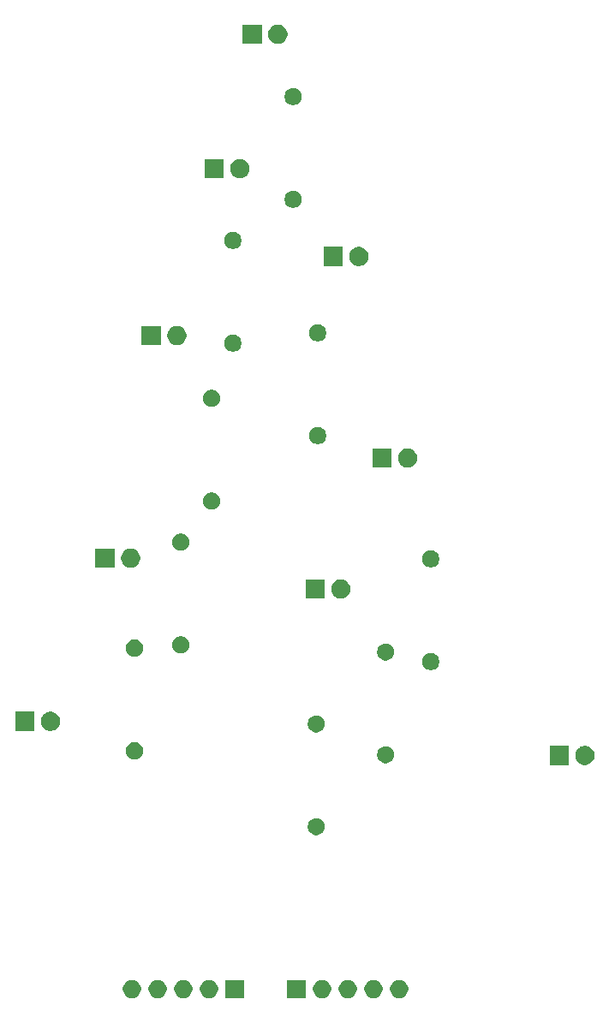
<source format=gbs>
G04 #@! TF.GenerationSoftware,KiCad,Pcbnew,(5.1.5)-3*
G04 #@! TF.CreationDate,2020-10-31T02:18:59+01:00*
G04 #@! TF.ProjectId,Christmas A,43687269-7374-46d6-9173-20412e6b6963,rev?*
G04 #@! TF.SameCoordinates,Original*
G04 #@! TF.FileFunction,Soldermask,Bot*
G04 #@! TF.FilePolarity,Negative*
%FSLAX46Y46*%
G04 Gerber Fmt 4.6, Leading zero omitted, Abs format (unit mm)*
G04 Created by KiCad (PCBNEW (5.1.5)-3) date 2020-10-31 02:18:59*
%MOMM*%
%LPD*%
G04 APERTURE LIST*
%ADD10C,0.100000*%
G04 APERTURE END LIST*
D10*
G36*
X115556512Y-147439927D02*
G01*
X115705812Y-147469624D01*
X115869784Y-147537544D01*
X116017354Y-147636147D01*
X116142853Y-147761646D01*
X116241456Y-147909216D01*
X116309376Y-148073188D01*
X116344000Y-148247259D01*
X116344000Y-148424741D01*
X116309376Y-148598812D01*
X116241456Y-148762784D01*
X116142853Y-148910354D01*
X116017354Y-149035853D01*
X115869784Y-149134456D01*
X115705812Y-149202376D01*
X115556512Y-149232073D01*
X115531742Y-149237000D01*
X115354258Y-149237000D01*
X115329488Y-149232073D01*
X115180188Y-149202376D01*
X115016216Y-149134456D01*
X114868646Y-149035853D01*
X114743147Y-148910354D01*
X114644544Y-148762784D01*
X114576624Y-148598812D01*
X114542000Y-148424741D01*
X114542000Y-148247259D01*
X114576624Y-148073188D01*
X114644544Y-147909216D01*
X114743147Y-147761646D01*
X114868646Y-147636147D01*
X115016216Y-147537544D01*
X115180188Y-147469624D01*
X115329488Y-147439927D01*
X115354258Y-147435000D01*
X115531742Y-147435000D01*
X115556512Y-147439927D01*
G37*
G36*
X108724000Y-149237000D02*
G01*
X106922000Y-149237000D01*
X106922000Y-147435000D01*
X108724000Y-147435000D01*
X108724000Y-149237000D01*
G37*
G36*
X110476512Y-147439927D02*
G01*
X110625812Y-147469624D01*
X110789784Y-147537544D01*
X110937354Y-147636147D01*
X111062853Y-147761646D01*
X111161456Y-147909216D01*
X111229376Y-148073188D01*
X111264000Y-148247259D01*
X111264000Y-148424741D01*
X111229376Y-148598812D01*
X111161456Y-148762784D01*
X111062853Y-148910354D01*
X110937354Y-149035853D01*
X110789784Y-149134456D01*
X110625812Y-149202376D01*
X110476512Y-149232073D01*
X110451742Y-149237000D01*
X110274258Y-149237000D01*
X110249488Y-149232073D01*
X110100188Y-149202376D01*
X109936216Y-149134456D01*
X109788646Y-149035853D01*
X109663147Y-148910354D01*
X109564544Y-148762784D01*
X109496624Y-148598812D01*
X109462000Y-148424741D01*
X109462000Y-148247259D01*
X109496624Y-148073188D01*
X109564544Y-147909216D01*
X109663147Y-147761646D01*
X109788646Y-147636147D01*
X109936216Y-147537544D01*
X110100188Y-147469624D01*
X110249488Y-147439927D01*
X110274258Y-147435000D01*
X110451742Y-147435000D01*
X110476512Y-147439927D01*
G37*
G36*
X113016512Y-147439927D02*
G01*
X113165812Y-147469624D01*
X113329784Y-147537544D01*
X113477354Y-147636147D01*
X113602853Y-147761646D01*
X113701456Y-147909216D01*
X113769376Y-148073188D01*
X113804000Y-148247259D01*
X113804000Y-148424741D01*
X113769376Y-148598812D01*
X113701456Y-148762784D01*
X113602853Y-148910354D01*
X113477354Y-149035853D01*
X113329784Y-149134456D01*
X113165812Y-149202376D01*
X113016512Y-149232073D01*
X112991742Y-149237000D01*
X112814258Y-149237000D01*
X112789488Y-149232073D01*
X112640188Y-149202376D01*
X112476216Y-149134456D01*
X112328646Y-149035853D01*
X112203147Y-148910354D01*
X112104544Y-148762784D01*
X112036624Y-148598812D01*
X112002000Y-148424741D01*
X112002000Y-148247259D01*
X112036624Y-148073188D01*
X112104544Y-147909216D01*
X112203147Y-147761646D01*
X112328646Y-147636147D01*
X112476216Y-147537544D01*
X112640188Y-147469624D01*
X112789488Y-147439927D01*
X112814258Y-147435000D01*
X112991742Y-147435000D01*
X113016512Y-147439927D01*
G37*
G36*
X102628000Y-149237000D02*
G01*
X100826000Y-149237000D01*
X100826000Y-147435000D01*
X102628000Y-147435000D01*
X102628000Y-149237000D01*
G37*
G36*
X99300512Y-147439927D02*
G01*
X99449812Y-147469624D01*
X99613784Y-147537544D01*
X99761354Y-147636147D01*
X99886853Y-147761646D01*
X99985456Y-147909216D01*
X100053376Y-148073188D01*
X100088000Y-148247259D01*
X100088000Y-148424741D01*
X100053376Y-148598812D01*
X99985456Y-148762784D01*
X99886853Y-148910354D01*
X99761354Y-149035853D01*
X99613784Y-149134456D01*
X99449812Y-149202376D01*
X99300512Y-149232073D01*
X99275742Y-149237000D01*
X99098258Y-149237000D01*
X99073488Y-149232073D01*
X98924188Y-149202376D01*
X98760216Y-149134456D01*
X98612646Y-149035853D01*
X98487147Y-148910354D01*
X98388544Y-148762784D01*
X98320624Y-148598812D01*
X98286000Y-148424741D01*
X98286000Y-148247259D01*
X98320624Y-148073188D01*
X98388544Y-147909216D01*
X98487147Y-147761646D01*
X98612646Y-147636147D01*
X98760216Y-147537544D01*
X98924188Y-147469624D01*
X99073488Y-147439927D01*
X99098258Y-147435000D01*
X99275742Y-147435000D01*
X99300512Y-147439927D01*
G37*
G36*
X94220512Y-147439927D02*
G01*
X94369812Y-147469624D01*
X94533784Y-147537544D01*
X94681354Y-147636147D01*
X94806853Y-147761646D01*
X94905456Y-147909216D01*
X94973376Y-148073188D01*
X95008000Y-148247259D01*
X95008000Y-148424741D01*
X94973376Y-148598812D01*
X94905456Y-148762784D01*
X94806853Y-148910354D01*
X94681354Y-149035853D01*
X94533784Y-149134456D01*
X94369812Y-149202376D01*
X94220512Y-149232073D01*
X94195742Y-149237000D01*
X94018258Y-149237000D01*
X93993488Y-149232073D01*
X93844188Y-149202376D01*
X93680216Y-149134456D01*
X93532646Y-149035853D01*
X93407147Y-148910354D01*
X93308544Y-148762784D01*
X93240624Y-148598812D01*
X93206000Y-148424741D01*
X93206000Y-148247259D01*
X93240624Y-148073188D01*
X93308544Y-147909216D01*
X93407147Y-147761646D01*
X93532646Y-147636147D01*
X93680216Y-147537544D01*
X93844188Y-147469624D01*
X93993488Y-147439927D01*
X94018258Y-147435000D01*
X94195742Y-147435000D01*
X94220512Y-147439927D01*
G37*
G36*
X91680512Y-147439927D02*
G01*
X91829812Y-147469624D01*
X91993784Y-147537544D01*
X92141354Y-147636147D01*
X92266853Y-147761646D01*
X92365456Y-147909216D01*
X92433376Y-148073188D01*
X92468000Y-148247259D01*
X92468000Y-148424741D01*
X92433376Y-148598812D01*
X92365456Y-148762784D01*
X92266853Y-148910354D01*
X92141354Y-149035853D01*
X91993784Y-149134456D01*
X91829812Y-149202376D01*
X91680512Y-149232073D01*
X91655742Y-149237000D01*
X91478258Y-149237000D01*
X91453488Y-149232073D01*
X91304188Y-149202376D01*
X91140216Y-149134456D01*
X90992646Y-149035853D01*
X90867147Y-148910354D01*
X90768544Y-148762784D01*
X90700624Y-148598812D01*
X90666000Y-148424741D01*
X90666000Y-148247259D01*
X90700624Y-148073188D01*
X90768544Y-147909216D01*
X90867147Y-147761646D01*
X90992646Y-147636147D01*
X91140216Y-147537544D01*
X91304188Y-147469624D01*
X91453488Y-147439927D01*
X91478258Y-147435000D01*
X91655742Y-147435000D01*
X91680512Y-147439927D01*
G37*
G36*
X118096512Y-147439927D02*
G01*
X118245812Y-147469624D01*
X118409784Y-147537544D01*
X118557354Y-147636147D01*
X118682853Y-147761646D01*
X118781456Y-147909216D01*
X118849376Y-148073188D01*
X118884000Y-148247259D01*
X118884000Y-148424741D01*
X118849376Y-148598812D01*
X118781456Y-148762784D01*
X118682853Y-148910354D01*
X118557354Y-149035853D01*
X118409784Y-149134456D01*
X118245812Y-149202376D01*
X118096512Y-149232073D01*
X118071742Y-149237000D01*
X117894258Y-149237000D01*
X117869488Y-149232073D01*
X117720188Y-149202376D01*
X117556216Y-149134456D01*
X117408646Y-149035853D01*
X117283147Y-148910354D01*
X117184544Y-148762784D01*
X117116624Y-148598812D01*
X117082000Y-148424741D01*
X117082000Y-148247259D01*
X117116624Y-148073188D01*
X117184544Y-147909216D01*
X117283147Y-147761646D01*
X117408646Y-147636147D01*
X117556216Y-147537544D01*
X117720188Y-147469624D01*
X117869488Y-147439927D01*
X117894258Y-147435000D01*
X118071742Y-147435000D01*
X118096512Y-147439927D01*
G37*
G36*
X96760512Y-147439927D02*
G01*
X96909812Y-147469624D01*
X97073784Y-147537544D01*
X97221354Y-147636147D01*
X97346853Y-147761646D01*
X97445456Y-147909216D01*
X97513376Y-148073188D01*
X97548000Y-148247259D01*
X97548000Y-148424741D01*
X97513376Y-148598812D01*
X97445456Y-148762784D01*
X97346853Y-148910354D01*
X97221354Y-149035853D01*
X97073784Y-149134456D01*
X96909812Y-149202376D01*
X96760512Y-149232073D01*
X96735742Y-149237000D01*
X96558258Y-149237000D01*
X96533488Y-149232073D01*
X96384188Y-149202376D01*
X96220216Y-149134456D01*
X96072646Y-149035853D01*
X95947147Y-148910354D01*
X95848544Y-148762784D01*
X95780624Y-148598812D01*
X95746000Y-148424741D01*
X95746000Y-148247259D01*
X95780624Y-148073188D01*
X95848544Y-147909216D01*
X95947147Y-147761646D01*
X96072646Y-147636147D01*
X96220216Y-147537544D01*
X96384188Y-147469624D01*
X96533488Y-147439927D01*
X96558258Y-147435000D01*
X96735742Y-147435000D01*
X96760512Y-147439927D01*
G37*
G36*
X110039728Y-131452203D02*
G01*
X110194600Y-131516353D01*
X110333981Y-131609485D01*
X110452515Y-131728019D01*
X110545647Y-131867400D01*
X110609797Y-132022272D01*
X110642500Y-132186684D01*
X110642500Y-132354316D01*
X110609797Y-132518728D01*
X110545647Y-132673600D01*
X110452515Y-132812981D01*
X110333981Y-132931515D01*
X110194600Y-133024647D01*
X110039728Y-133088797D01*
X109875316Y-133121500D01*
X109707684Y-133121500D01*
X109543272Y-133088797D01*
X109388400Y-133024647D01*
X109249019Y-132931515D01*
X109130485Y-132812981D01*
X109037353Y-132673600D01*
X108973203Y-132518728D01*
X108940500Y-132354316D01*
X108940500Y-132186684D01*
X108973203Y-132022272D01*
X109037353Y-131867400D01*
X109130485Y-131728019D01*
X109249019Y-131609485D01*
X109388400Y-131516353D01*
X109543272Y-131452203D01*
X109707684Y-131419500D01*
X109875316Y-131419500D01*
X110039728Y-131452203D01*
G37*
G36*
X134745500Y-126173000D02*
G01*
X132843500Y-126173000D01*
X132843500Y-124271000D01*
X134745500Y-124271000D01*
X134745500Y-126173000D01*
G37*
G36*
X136611895Y-124307546D02*
G01*
X136784966Y-124379234D01*
X136822559Y-124404353D01*
X136940727Y-124483310D01*
X137073190Y-124615773D01*
X137073191Y-124615775D01*
X137177266Y-124771534D01*
X137248954Y-124944605D01*
X137285500Y-125128333D01*
X137285500Y-125315667D01*
X137248954Y-125499395D01*
X137177266Y-125672466D01*
X137158213Y-125700981D01*
X137073190Y-125828227D01*
X136940727Y-125960690D01*
X136916624Y-125976795D01*
X136784966Y-126064766D01*
X136611895Y-126136454D01*
X136428167Y-126173000D01*
X136240833Y-126173000D01*
X136057105Y-126136454D01*
X135884034Y-126064766D01*
X135752376Y-125976795D01*
X135728273Y-125960690D01*
X135595810Y-125828227D01*
X135510787Y-125700981D01*
X135491734Y-125672466D01*
X135420046Y-125499395D01*
X135383500Y-125315667D01*
X135383500Y-125128333D01*
X135420046Y-124944605D01*
X135491734Y-124771534D01*
X135595809Y-124615775D01*
X135595810Y-124615773D01*
X135728273Y-124483310D01*
X135846441Y-124404353D01*
X135884034Y-124379234D01*
X136057105Y-124307546D01*
X136240833Y-124271000D01*
X136428167Y-124271000D01*
X136611895Y-124307546D01*
G37*
G36*
X116897728Y-124340203D02*
G01*
X117052600Y-124404353D01*
X117191981Y-124497485D01*
X117310515Y-124616019D01*
X117403647Y-124755400D01*
X117467797Y-124910272D01*
X117500500Y-125074684D01*
X117500500Y-125242316D01*
X117467797Y-125406728D01*
X117403647Y-125561600D01*
X117310515Y-125700981D01*
X117191981Y-125819515D01*
X117052600Y-125912647D01*
X116897728Y-125976797D01*
X116733316Y-126009500D01*
X116565684Y-126009500D01*
X116401272Y-125976797D01*
X116246400Y-125912647D01*
X116107019Y-125819515D01*
X115988485Y-125700981D01*
X115895353Y-125561600D01*
X115831203Y-125406728D01*
X115798500Y-125242316D01*
X115798500Y-125074684D01*
X115831203Y-124910272D01*
X115895353Y-124755400D01*
X115988485Y-124616019D01*
X116107019Y-124497485D01*
X116246400Y-124404353D01*
X116401272Y-124340203D01*
X116565684Y-124307500D01*
X116733316Y-124307500D01*
X116897728Y-124340203D01*
G37*
G36*
X92069228Y-123959203D02*
G01*
X92224100Y-124023353D01*
X92363481Y-124116485D01*
X92482015Y-124235019D01*
X92575147Y-124374400D01*
X92639297Y-124529272D01*
X92672000Y-124693684D01*
X92672000Y-124861316D01*
X92639297Y-125025728D01*
X92575147Y-125180600D01*
X92482015Y-125319981D01*
X92363481Y-125438515D01*
X92224100Y-125531647D01*
X92069228Y-125595797D01*
X91904816Y-125628500D01*
X91737184Y-125628500D01*
X91572772Y-125595797D01*
X91417900Y-125531647D01*
X91278519Y-125438515D01*
X91159985Y-125319981D01*
X91066853Y-125180600D01*
X91002703Y-125025728D01*
X90970000Y-124861316D01*
X90970000Y-124693684D01*
X91002703Y-124529272D01*
X91066853Y-124374400D01*
X91159985Y-124235019D01*
X91278519Y-124116485D01*
X91417900Y-124023353D01*
X91572772Y-123959203D01*
X91737184Y-123926500D01*
X91904816Y-123926500D01*
X92069228Y-123959203D01*
G37*
G36*
X110039728Y-121292203D02*
G01*
X110194600Y-121356353D01*
X110333981Y-121449485D01*
X110452515Y-121568019D01*
X110545647Y-121707400D01*
X110609797Y-121862272D01*
X110642500Y-122026684D01*
X110642500Y-122194316D01*
X110609797Y-122358728D01*
X110545647Y-122513600D01*
X110452515Y-122652981D01*
X110333981Y-122771515D01*
X110194600Y-122864647D01*
X110039728Y-122928797D01*
X109875316Y-122961500D01*
X109707684Y-122961500D01*
X109543272Y-122928797D01*
X109388400Y-122864647D01*
X109249019Y-122771515D01*
X109130485Y-122652981D01*
X109037353Y-122513600D01*
X108973203Y-122358728D01*
X108940500Y-122194316D01*
X108940500Y-122026684D01*
X108973203Y-121862272D01*
X109037353Y-121707400D01*
X109130485Y-121568019D01*
X109249019Y-121449485D01*
X109388400Y-121356353D01*
X109543272Y-121292203D01*
X109707684Y-121259500D01*
X109875316Y-121259500D01*
X110039728Y-121292203D01*
G37*
G36*
X83779895Y-120942046D02*
G01*
X83952966Y-121013734D01*
X83952967Y-121013735D01*
X84108727Y-121117810D01*
X84241190Y-121250273D01*
X84269208Y-121292205D01*
X84345266Y-121406034D01*
X84416954Y-121579105D01*
X84453500Y-121762833D01*
X84453500Y-121950167D01*
X84416954Y-122133895D01*
X84345266Y-122306966D01*
X84345265Y-122306967D01*
X84241190Y-122462727D01*
X84108727Y-122595190D01*
X84030318Y-122647581D01*
X83952966Y-122699266D01*
X83779895Y-122770954D01*
X83596167Y-122807500D01*
X83408833Y-122807500D01*
X83225105Y-122770954D01*
X83052034Y-122699266D01*
X82974682Y-122647581D01*
X82896273Y-122595190D01*
X82763810Y-122462727D01*
X82659735Y-122306967D01*
X82659734Y-122306966D01*
X82588046Y-122133895D01*
X82551500Y-121950167D01*
X82551500Y-121762833D01*
X82588046Y-121579105D01*
X82659734Y-121406034D01*
X82735792Y-121292205D01*
X82763810Y-121250273D01*
X82896273Y-121117810D01*
X83052033Y-121013735D01*
X83052034Y-121013734D01*
X83225105Y-120942046D01*
X83408833Y-120905500D01*
X83596167Y-120905500D01*
X83779895Y-120942046D01*
G37*
G36*
X81913500Y-122807500D02*
G01*
X80011500Y-122807500D01*
X80011500Y-120905500D01*
X81913500Y-120905500D01*
X81913500Y-122807500D01*
G37*
G36*
X121342728Y-115132703D02*
G01*
X121497600Y-115196853D01*
X121636981Y-115289985D01*
X121755515Y-115408519D01*
X121848647Y-115547900D01*
X121912797Y-115702772D01*
X121945500Y-115867184D01*
X121945500Y-116034816D01*
X121912797Y-116199228D01*
X121848647Y-116354100D01*
X121755515Y-116493481D01*
X121636981Y-116612015D01*
X121497600Y-116705147D01*
X121342728Y-116769297D01*
X121178316Y-116802000D01*
X121010684Y-116802000D01*
X120846272Y-116769297D01*
X120691400Y-116705147D01*
X120552019Y-116612015D01*
X120433485Y-116493481D01*
X120340353Y-116354100D01*
X120276203Y-116199228D01*
X120243500Y-116034816D01*
X120243500Y-115867184D01*
X120276203Y-115702772D01*
X120340353Y-115547900D01*
X120433485Y-115408519D01*
X120552019Y-115289985D01*
X120691400Y-115196853D01*
X120846272Y-115132703D01*
X121010684Y-115100000D01*
X121178316Y-115100000D01*
X121342728Y-115132703D01*
G37*
G36*
X116897728Y-114180203D02*
G01*
X117052600Y-114244353D01*
X117191981Y-114337485D01*
X117310515Y-114456019D01*
X117403647Y-114595400D01*
X117467797Y-114750272D01*
X117500500Y-114914684D01*
X117500500Y-115082316D01*
X117467797Y-115246728D01*
X117403647Y-115401600D01*
X117310515Y-115540981D01*
X117191981Y-115659515D01*
X117052600Y-115752647D01*
X116897728Y-115816797D01*
X116733316Y-115849500D01*
X116565684Y-115849500D01*
X116401272Y-115816797D01*
X116246400Y-115752647D01*
X116107019Y-115659515D01*
X115988485Y-115540981D01*
X115895353Y-115401600D01*
X115831203Y-115246728D01*
X115798500Y-115082316D01*
X115798500Y-114914684D01*
X115831203Y-114750272D01*
X115895353Y-114595400D01*
X115988485Y-114456019D01*
X116107019Y-114337485D01*
X116246400Y-114244353D01*
X116401272Y-114180203D01*
X116565684Y-114147500D01*
X116733316Y-114147500D01*
X116897728Y-114180203D01*
G37*
G36*
X92069228Y-113799203D02*
G01*
X92224100Y-113863353D01*
X92363481Y-113956485D01*
X92482015Y-114075019D01*
X92575147Y-114214400D01*
X92639297Y-114369272D01*
X92672000Y-114533684D01*
X92672000Y-114701316D01*
X92639297Y-114865728D01*
X92575147Y-115020600D01*
X92482015Y-115159981D01*
X92363481Y-115278515D01*
X92224100Y-115371647D01*
X92069228Y-115435797D01*
X91904816Y-115468500D01*
X91737184Y-115468500D01*
X91572772Y-115435797D01*
X91417900Y-115371647D01*
X91278519Y-115278515D01*
X91159985Y-115159981D01*
X91066853Y-115020600D01*
X91002703Y-114865728D01*
X90970000Y-114701316D01*
X90970000Y-114533684D01*
X91002703Y-114369272D01*
X91066853Y-114214400D01*
X91159985Y-114075019D01*
X91278519Y-113956485D01*
X91417900Y-113863353D01*
X91572772Y-113799203D01*
X91737184Y-113766500D01*
X91904816Y-113766500D01*
X92069228Y-113799203D01*
G37*
G36*
X96641228Y-113481703D02*
G01*
X96796100Y-113545853D01*
X96935481Y-113638985D01*
X97054015Y-113757519D01*
X97147147Y-113896900D01*
X97211297Y-114051772D01*
X97244000Y-114216184D01*
X97244000Y-114383816D01*
X97211297Y-114548228D01*
X97147147Y-114703100D01*
X97054015Y-114842481D01*
X96935481Y-114961015D01*
X96796100Y-115054147D01*
X96641228Y-115118297D01*
X96476816Y-115151000D01*
X96309184Y-115151000D01*
X96144772Y-115118297D01*
X95989900Y-115054147D01*
X95850519Y-114961015D01*
X95731985Y-114842481D01*
X95638853Y-114703100D01*
X95574703Y-114548228D01*
X95542000Y-114383816D01*
X95542000Y-114216184D01*
X95574703Y-114051772D01*
X95638853Y-113896900D01*
X95731985Y-113757519D01*
X95850519Y-113638985D01*
X95989900Y-113545853D01*
X96144772Y-113481703D01*
X96309184Y-113449000D01*
X96476816Y-113449000D01*
X96641228Y-113481703D01*
G37*
G36*
X112481895Y-107861046D02*
G01*
X112654966Y-107932734D01*
X112654967Y-107932735D01*
X112810727Y-108036810D01*
X112943190Y-108169273D01*
X112943191Y-108169275D01*
X113047266Y-108325034D01*
X113118954Y-108498105D01*
X113155500Y-108681833D01*
X113155500Y-108869167D01*
X113118954Y-109052895D01*
X113047266Y-109225966D01*
X113047265Y-109225967D01*
X112943190Y-109381727D01*
X112810727Y-109514190D01*
X112732318Y-109566581D01*
X112654966Y-109618266D01*
X112481895Y-109689954D01*
X112298167Y-109726500D01*
X112110833Y-109726500D01*
X111927105Y-109689954D01*
X111754034Y-109618266D01*
X111676682Y-109566581D01*
X111598273Y-109514190D01*
X111465810Y-109381727D01*
X111361735Y-109225967D01*
X111361734Y-109225966D01*
X111290046Y-109052895D01*
X111253500Y-108869167D01*
X111253500Y-108681833D01*
X111290046Y-108498105D01*
X111361734Y-108325034D01*
X111465809Y-108169275D01*
X111465810Y-108169273D01*
X111598273Y-108036810D01*
X111754033Y-107932735D01*
X111754034Y-107932734D01*
X111927105Y-107861046D01*
X112110833Y-107824500D01*
X112298167Y-107824500D01*
X112481895Y-107861046D01*
G37*
G36*
X110615500Y-109726500D02*
G01*
X108713500Y-109726500D01*
X108713500Y-107824500D01*
X110615500Y-107824500D01*
X110615500Y-109726500D01*
G37*
G36*
X91717395Y-104813046D02*
G01*
X91890466Y-104884734D01*
X91904555Y-104894148D01*
X92046227Y-104988810D01*
X92178690Y-105121273D01*
X92178691Y-105121275D01*
X92282766Y-105277034D01*
X92354454Y-105450105D01*
X92391000Y-105633833D01*
X92391000Y-105821167D01*
X92354454Y-106004895D01*
X92282766Y-106177966D01*
X92231081Y-106255318D01*
X92178690Y-106333727D01*
X92046227Y-106466190D01*
X91967818Y-106518581D01*
X91890466Y-106570266D01*
X91717395Y-106641954D01*
X91533667Y-106678500D01*
X91346333Y-106678500D01*
X91162605Y-106641954D01*
X90989534Y-106570266D01*
X90912182Y-106518581D01*
X90833773Y-106466190D01*
X90701310Y-106333727D01*
X90648919Y-106255318D01*
X90597234Y-106177966D01*
X90525546Y-106004895D01*
X90489000Y-105821167D01*
X90489000Y-105633833D01*
X90525546Y-105450105D01*
X90597234Y-105277034D01*
X90701309Y-105121275D01*
X90701310Y-105121273D01*
X90833773Y-104988810D01*
X90975445Y-104894148D01*
X90989534Y-104884734D01*
X91162605Y-104813046D01*
X91346333Y-104776500D01*
X91533667Y-104776500D01*
X91717395Y-104813046D01*
G37*
G36*
X89851000Y-106678500D02*
G01*
X87949000Y-106678500D01*
X87949000Y-104776500D01*
X89851000Y-104776500D01*
X89851000Y-106678500D01*
G37*
G36*
X121342728Y-104972703D02*
G01*
X121497600Y-105036853D01*
X121636981Y-105129985D01*
X121755515Y-105248519D01*
X121848647Y-105387900D01*
X121912797Y-105542772D01*
X121945500Y-105707184D01*
X121945500Y-105874816D01*
X121912797Y-106039228D01*
X121848647Y-106194100D01*
X121755515Y-106333481D01*
X121636981Y-106452015D01*
X121497600Y-106545147D01*
X121342728Y-106609297D01*
X121178316Y-106642000D01*
X121010684Y-106642000D01*
X120846272Y-106609297D01*
X120691400Y-106545147D01*
X120552019Y-106452015D01*
X120433485Y-106333481D01*
X120340353Y-106194100D01*
X120276203Y-106039228D01*
X120243500Y-105874816D01*
X120243500Y-105707184D01*
X120276203Y-105542772D01*
X120340353Y-105387900D01*
X120433485Y-105248519D01*
X120552019Y-105129985D01*
X120691400Y-105036853D01*
X120846272Y-104972703D01*
X121010684Y-104940000D01*
X121178316Y-104940000D01*
X121342728Y-104972703D01*
G37*
G36*
X96641228Y-103321703D02*
G01*
X96796100Y-103385853D01*
X96935481Y-103478985D01*
X97054015Y-103597519D01*
X97147147Y-103736900D01*
X97211297Y-103891772D01*
X97244000Y-104056184D01*
X97244000Y-104223816D01*
X97211297Y-104388228D01*
X97147147Y-104543100D01*
X97054015Y-104682481D01*
X96935481Y-104801015D01*
X96796100Y-104894147D01*
X96641228Y-104958297D01*
X96476816Y-104991000D01*
X96309184Y-104991000D01*
X96144772Y-104958297D01*
X95989900Y-104894147D01*
X95850519Y-104801015D01*
X95731985Y-104682481D01*
X95638853Y-104543100D01*
X95574703Y-104388228D01*
X95542000Y-104223816D01*
X95542000Y-104056184D01*
X95574703Y-103891772D01*
X95638853Y-103736900D01*
X95731985Y-103597519D01*
X95850519Y-103478985D01*
X95989900Y-103385853D01*
X96144772Y-103321703D01*
X96309184Y-103289000D01*
X96476816Y-103289000D01*
X96641228Y-103321703D01*
G37*
G36*
X99689228Y-99257703D02*
G01*
X99844100Y-99321853D01*
X99983481Y-99414985D01*
X100102015Y-99533519D01*
X100195147Y-99672900D01*
X100259297Y-99827772D01*
X100292000Y-99992184D01*
X100292000Y-100159816D01*
X100259297Y-100324228D01*
X100195147Y-100479100D01*
X100102015Y-100618481D01*
X99983481Y-100737015D01*
X99844100Y-100830147D01*
X99689228Y-100894297D01*
X99524816Y-100927000D01*
X99357184Y-100927000D01*
X99192772Y-100894297D01*
X99037900Y-100830147D01*
X98898519Y-100737015D01*
X98779985Y-100618481D01*
X98686853Y-100479100D01*
X98622703Y-100324228D01*
X98590000Y-100159816D01*
X98590000Y-99992184D01*
X98622703Y-99827772D01*
X98686853Y-99672900D01*
X98779985Y-99533519D01*
X98898519Y-99414985D01*
X99037900Y-99321853D01*
X99192772Y-99257703D01*
X99357184Y-99225000D01*
X99524816Y-99225000D01*
X99689228Y-99257703D01*
G37*
G36*
X119085895Y-94907046D02*
G01*
X119258966Y-94978734D01*
X119258967Y-94978735D01*
X119414727Y-95082810D01*
X119547190Y-95215273D01*
X119547191Y-95215275D01*
X119651266Y-95371034D01*
X119722954Y-95544105D01*
X119759500Y-95727833D01*
X119759500Y-95915167D01*
X119722954Y-96098895D01*
X119651266Y-96271966D01*
X119651265Y-96271967D01*
X119547190Y-96427727D01*
X119414727Y-96560190D01*
X119336318Y-96612581D01*
X119258966Y-96664266D01*
X119085895Y-96735954D01*
X118902167Y-96772500D01*
X118714833Y-96772500D01*
X118531105Y-96735954D01*
X118358034Y-96664266D01*
X118280682Y-96612581D01*
X118202273Y-96560190D01*
X118069810Y-96427727D01*
X117965735Y-96271967D01*
X117965734Y-96271966D01*
X117894046Y-96098895D01*
X117857500Y-95915167D01*
X117857500Y-95727833D01*
X117894046Y-95544105D01*
X117965734Y-95371034D01*
X118069809Y-95215275D01*
X118069810Y-95215273D01*
X118202273Y-95082810D01*
X118358033Y-94978735D01*
X118358034Y-94978734D01*
X118531105Y-94907046D01*
X118714833Y-94870500D01*
X118902167Y-94870500D01*
X119085895Y-94907046D01*
G37*
G36*
X117219500Y-96772500D02*
G01*
X115317500Y-96772500D01*
X115317500Y-94870500D01*
X117219500Y-94870500D01*
X117219500Y-96772500D01*
G37*
G36*
X110166728Y-92780703D02*
G01*
X110321600Y-92844853D01*
X110460981Y-92937985D01*
X110579515Y-93056519D01*
X110672647Y-93195900D01*
X110736797Y-93350772D01*
X110769500Y-93515184D01*
X110769500Y-93682816D01*
X110736797Y-93847228D01*
X110672647Y-94002100D01*
X110579515Y-94141481D01*
X110460981Y-94260015D01*
X110321600Y-94353147D01*
X110166728Y-94417297D01*
X110002316Y-94450000D01*
X109834684Y-94450000D01*
X109670272Y-94417297D01*
X109515400Y-94353147D01*
X109376019Y-94260015D01*
X109257485Y-94141481D01*
X109164353Y-94002100D01*
X109100203Y-93847228D01*
X109067500Y-93682816D01*
X109067500Y-93515184D01*
X109100203Y-93350772D01*
X109164353Y-93195900D01*
X109257485Y-93056519D01*
X109376019Y-92937985D01*
X109515400Y-92844853D01*
X109670272Y-92780703D01*
X109834684Y-92748000D01*
X110002316Y-92748000D01*
X110166728Y-92780703D01*
G37*
G36*
X99689228Y-89097703D02*
G01*
X99844100Y-89161853D01*
X99983481Y-89254985D01*
X100102015Y-89373519D01*
X100195147Y-89512900D01*
X100259297Y-89667772D01*
X100292000Y-89832184D01*
X100292000Y-89999816D01*
X100259297Y-90164228D01*
X100195147Y-90319100D01*
X100102015Y-90458481D01*
X99983481Y-90577015D01*
X99844100Y-90670147D01*
X99689228Y-90734297D01*
X99524816Y-90767000D01*
X99357184Y-90767000D01*
X99192772Y-90734297D01*
X99037900Y-90670147D01*
X98898519Y-90577015D01*
X98779985Y-90458481D01*
X98686853Y-90319100D01*
X98622703Y-90164228D01*
X98590000Y-89999816D01*
X98590000Y-89832184D01*
X98622703Y-89667772D01*
X98686853Y-89512900D01*
X98779985Y-89373519D01*
X98898519Y-89254985D01*
X99037900Y-89161853D01*
X99192772Y-89097703D01*
X99357184Y-89065000D01*
X99524816Y-89065000D01*
X99689228Y-89097703D01*
G37*
G36*
X101784728Y-83636703D02*
G01*
X101939600Y-83700853D01*
X102078981Y-83793985D01*
X102197515Y-83912519D01*
X102290647Y-84051900D01*
X102354797Y-84206772D01*
X102387500Y-84371184D01*
X102387500Y-84538816D01*
X102354797Y-84703228D01*
X102290647Y-84858100D01*
X102197515Y-84997481D01*
X102078981Y-85116015D01*
X101939600Y-85209147D01*
X101784728Y-85273297D01*
X101620316Y-85306000D01*
X101452684Y-85306000D01*
X101288272Y-85273297D01*
X101133400Y-85209147D01*
X100994019Y-85116015D01*
X100875485Y-84997481D01*
X100782353Y-84858100D01*
X100718203Y-84703228D01*
X100685500Y-84538816D01*
X100685500Y-84371184D01*
X100718203Y-84206772D01*
X100782353Y-84051900D01*
X100875485Y-83912519D01*
X100994019Y-83793985D01*
X101133400Y-83700853D01*
X101288272Y-83636703D01*
X101452684Y-83604000D01*
X101620316Y-83604000D01*
X101784728Y-83636703D01*
G37*
G36*
X96289395Y-82778546D02*
G01*
X96462466Y-82850234D01*
X96462467Y-82850235D01*
X96618227Y-82954310D01*
X96750690Y-83086773D01*
X96750691Y-83086775D01*
X96854766Y-83242534D01*
X96926454Y-83415605D01*
X96963000Y-83599333D01*
X96963000Y-83786667D01*
X96926454Y-83970395D01*
X96854766Y-84143466D01*
X96854765Y-84143467D01*
X96750690Y-84299227D01*
X96618227Y-84431690D01*
X96539818Y-84484081D01*
X96462466Y-84535766D01*
X96289395Y-84607454D01*
X96105667Y-84644000D01*
X95918333Y-84644000D01*
X95734605Y-84607454D01*
X95561534Y-84535766D01*
X95484182Y-84484081D01*
X95405773Y-84431690D01*
X95273310Y-84299227D01*
X95169235Y-84143467D01*
X95169234Y-84143466D01*
X95097546Y-83970395D01*
X95061000Y-83786667D01*
X95061000Y-83599333D01*
X95097546Y-83415605D01*
X95169234Y-83242534D01*
X95273309Y-83086775D01*
X95273310Y-83086773D01*
X95405773Y-82954310D01*
X95561533Y-82850235D01*
X95561534Y-82850234D01*
X95734605Y-82778546D01*
X95918333Y-82742000D01*
X96105667Y-82742000D01*
X96289395Y-82778546D01*
G37*
G36*
X94423000Y-84644000D02*
G01*
X92521000Y-84644000D01*
X92521000Y-82742000D01*
X94423000Y-82742000D01*
X94423000Y-84644000D01*
G37*
G36*
X110166728Y-82620703D02*
G01*
X110321600Y-82684853D01*
X110460981Y-82777985D01*
X110579515Y-82896519D01*
X110672647Y-83035900D01*
X110736797Y-83190772D01*
X110769500Y-83355184D01*
X110769500Y-83522816D01*
X110736797Y-83687228D01*
X110672647Y-83842100D01*
X110579515Y-83981481D01*
X110460981Y-84100015D01*
X110321600Y-84193147D01*
X110166728Y-84257297D01*
X110002316Y-84290000D01*
X109834684Y-84290000D01*
X109670272Y-84257297D01*
X109515400Y-84193147D01*
X109376019Y-84100015D01*
X109257485Y-83981481D01*
X109164353Y-83842100D01*
X109100203Y-83687228D01*
X109067500Y-83522816D01*
X109067500Y-83355184D01*
X109100203Y-83190772D01*
X109164353Y-83035900D01*
X109257485Y-82896519D01*
X109376019Y-82777985D01*
X109515400Y-82684853D01*
X109670272Y-82620703D01*
X109834684Y-82588000D01*
X110002316Y-82588000D01*
X110166728Y-82620703D01*
G37*
G36*
X112393500Y-76833500D02*
G01*
X110491500Y-76833500D01*
X110491500Y-74931500D01*
X112393500Y-74931500D01*
X112393500Y-76833500D01*
G37*
G36*
X114259895Y-74968046D02*
G01*
X114432966Y-75039734D01*
X114447055Y-75049148D01*
X114588727Y-75143810D01*
X114721190Y-75276273D01*
X114721191Y-75276275D01*
X114825266Y-75432034D01*
X114896954Y-75605105D01*
X114933500Y-75788833D01*
X114933500Y-75976167D01*
X114896954Y-76159895D01*
X114825266Y-76332966D01*
X114825265Y-76332967D01*
X114721190Y-76488727D01*
X114588727Y-76621190D01*
X114510318Y-76673581D01*
X114432966Y-76725266D01*
X114259895Y-76796954D01*
X114076167Y-76833500D01*
X113888833Y-76833500D01*
X113705105Y-76796954D01*
X113532034Y-76725266D01*
X113454682Y-76673581D01*
X113376273Y-76621190D01*
X113243810Y-76488727D01*
X113139735Y-76332967D01*
X113139734Y-76332966D01*
X113068046Y-76159895D01*
X113031500Y-75976167D01*
X113031500Y-75788833D01*
X113068046Y-75605105D01*
X113139734Y-75432034D01*
X113243809Y-75276275D01*
X113243810Y-75276273D01*
X113376273Y-75143810D01*
X113517945Y-75049148D01*
X113532034Y-75039734D01*
X113705105Y-74968046D01*
X113888833Y-74931500D01*
X114076167Y-74931500D01*
X114259895Y-74968046D01*
G37*
G36*
X101784728Y-73476703D02*
G01*
X101939600Y-73540853D01*
X102078981Y-73633985D01*
X102197515Y-73752519D01*
X102290647Y-73891900D01*
X102354797Y-74046772D01*
X102387500Y-74211184D01*
X102387500Y-74378816D01*
X102354797Y-74543228D01*
X102290647Y-74698100D01*
X102197515Y-74837481D01*
X102078981Y-74956015D01*
X101939600Y-75049147D01*
X101784728Y-75113297D01*
X101620316Y-75146000D01*
X101452684Y-75146000D01*
X101288272Y-75113297D01*
X101133400Y-75049147D01*
X100994019Y-74956015D01*
X100875485Y-74837481D01*
X100782353Y-74698100D01*
X100718203Y-74543228D01*
X100685500Y-74378816D01*
X100685500Y-74211184D01*
X100718203Y-74046772D01*
X100782353Y-73891900D01*
X100875485Y-73752519D01*
X100994019Y-73633985D01*
X101133400Y-73540853D01*
X101288272Y-73476703D01*
X101452684Y-73444000D01*
X101620316Y-73444000D01*
X101784728Y-73476703D01*
G37*
G36*
X107753728Y-69412703D02*
G01*
X107908600Y-69476853D01*
X108047981Y-69569985D01*
X108166515Y-69688519D01*
X108259647Y-69827900D01*
X108323797Y-69982772D01*
X108356500Y-70147184D01*
X108356500Y-70314816D01*
X108323797Y-70479228D01*
X108259647Y-70634100D01*
X108166515Y-70773481D01*
X108047981Y-70892015D01*
X107908600Y-70985147D01*
X107753728Y-71049297D01*
X107589316Y-71082000D01*
X107421684Y-71082000D01*
X107257272Y-71049297D01*
X107102400Y-70985147D01*
X106963019Y-70892015D01*
X106844485Y-70773481D01*
X106751353Y-70634100D01*
X106687203Y-70479228D01*
X106654500Y-70314816D01*
X106654500Y-70147184D01*
X106687203Y-69982772D01*
X106751353Y-69827900D01*
X106844485Y-69688519D01*
X106963019Y-69569985D01*
X107102400Y-69476853D01*
X107257272Y-69412703D01*
X107421684Y-69380000D01*
X107589316Y-69380000D01*
X107753728Y-69412703D01*
G37*
G36*
X102512395Y-66268546D02*
G01*
X102685466Y-66340234D01*
X102685467Y-66340235D01*
X102841227Y-66444310D01*
X102973690Y-66576773D01*
X102973691Y-66576775D01*
X103077766Y-66732534D01*
X103149454Y-66905605D01*
X103186000Y-67089333D01*
X103186000Y-67276667D01*
X103149454Y-67460395D01*
X103077766Y-67633466D01*
X103077765Y-67633467D01*
X102973690Y-67789227D01*
X102841227Y-67921690D01*
X102762818Y-67974081D01*
X102685466Y-68025766D01*
X102512395Y-68097454D01*
X102328667Y-68134000D01*
X102141333Y-68134000D01*
X101957605Y-68097454D01*
X101784534Y-68025766D01*
X101707182Y-67974081D01*
X101628773Y-67921690D01*
X101496310Y-67789227D01*
X101392235Y-67633467D01*
X101392234Y-67633466D01*
X101320546Y-67460395D01*
X101284000Y-67276667D01*
X101284000Y-67089333D01*
X101320546Y-66905605D01*
X101392234Y-66732534D01*
X101496309Y-66576775D01*
X101496310Y-66576773D01*
X101628773Y-66444310D01*
X101784533Y-66340235D01*
X101784534Y-66340234D01*
X101957605Y-66268546D01*
X102141333Y-66232000D01*
X102328667Y-66232000D01*
X102512395Y-66268546D01*
G37*
G36*
X100646000Y-68134000D02*
G01*
X98744000Y-68134000D01*
X98744000Y-66232000D01*
X100646000Y-66232000D01*
X100646000Y-68134000D01*
G37*
G36*
X107753728Y-59252703D02*
G01*
X107908600Y-59316853D01*
X108047981Y-59409985D01*
X108166515Y-59528519D01*
X108259647Y-59667900D01*
X108323797Y-59822772D01*
X108356500Y-59987184D01*
X108356500Y-60154816D01*
X108323797Y-60319228D01*
X108259647Y-60474100D01*
X108166515Y-60613481D01*
X108047981Y-60732015D01*
X107908600Y-60825147D01*
X107753728Y-60889297D01*
X107589316Y-60922000D01*
X107421684Y-60922000D01*
X107257272Y-60889297D01*
X107102400Y-60825147D01*
X106963019Y-60732015D01*
X106844485Y-60613481D01*
X106751353Y-60474100D01*
X106687203Y-60319228D01*
X106654500Y-60154816D01*
X106654500Y-59987184D01*
X106687203Y-59822772D01*
X106751353Y-59667900D01*
X106844485Y-59528519D01*
X106963019Y-59409985D01*
X107102400Y-59316853D01*
X107257272Y-59252703D01*
X107421684Y-59220000D01*
X107589316Y-59220000D01*
X107753728Y-59252703D01*
G37*
G36*
X104392500Y-54862500D02*
G01*
X102490500Y-54862500D01*
X102490500Y-52960500D01*
X104392500Y-52960500D01*
X104392500Y-54862500D01*
G37*
G36*
X106258895Y-52997046D02*
G01*
X106431966Y-53068734D01*
X106431967Y-53068735D01*
X106587727Y-53172810D01*
X106720190Y-53305273D01*
X106720191Y-53305275D01*
X106824266Y-53461034D01*
X106895954Y-53634105D01*
X106932500Y-53817833D01*
X106932500Y-54005167D01*
X106895954Y-54188895D01*
X106824266Y-54361966D01*
X106824265Y-54361967D01*
X106720190Y-54517727D01*
X106587727Y-54650190D01*
X106509318Y-54702581D01*
X106431966Y-54754266D01*
X106258895Y-54825954D01*
X106075167Y-54862500D01*
X105887833Y-54862500D01*
X105704105Y-54825954D01*
X105531034Y-54754266D01*
X105453682Y-54702581D01*
X105375273Y-54650190D01*
X105242810Y-54517727D01*
X105138735Y-54361967D01*
X105138734Y-54361966D01*
X105067046Y-54188895D01*
X105030500Y-54005167D01*
X105030500Y-53817833D01*
X105067046Y-53634105D01*
X105138734Y-53461034D01*
X105242809Y-53305275D01*
X105242810Y-53305273D01*
X105375273Y-53172810D01*
X105531033Y-53068735D01*
X105531034Y-53068734D01*
X105704105Y-52997046D01*
X105887833Y-52960500D01*
X106075167Y-52960500D01*
X106258895Y-52997046D01*
G37*
M02*

</source>
